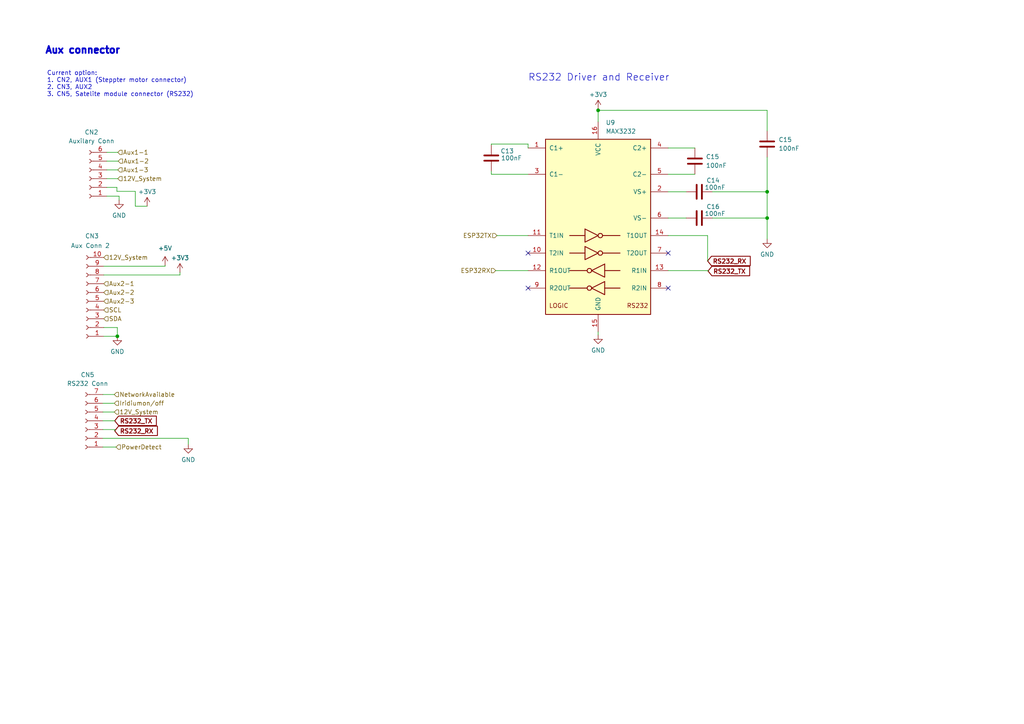
<source format=kicad_sch>
(kicad_sch (version 20230121) (generator eeschema)
  (paper "A4")
  (lib_symbols
    (symbol "Connector:Conn_01x06_Socket" (pin_names (offset 1.016) hide)
      (property "Reference" "J" (at 0 7.62 0))
      (property "Value" "Conn_01x06_Socket" (at 0 -10.16 0))
      (symbol "Conn_01x06_Socket_1_1"
        (arc (start 0 -7.112) (mid -0.5058 -7.62) (end 0 -8.128) (stroke (width 0.1524)))
        (arc (start 0 -4.572) (mid -0.5058 -5.08) (end 0 -5.588) (stroke (width 0.1524)))
        (arc (start 0 -2.032) (mid -0.5058 -2.54) (end 0 -3.048) (stroke (width 0.1524)))
        (polyline (pts (xy -1.27 -7.62) (xy -0.508 -7.62)) (stroke (width 0.1524)))
        (polyline (pts (xy -1.27 -5.08) (xy -0.508 -5.08)) (stroke (width 0.1524)))
        (polyline (pts (xy -1.27 -2.54) (xy -0.508 -2.54)) (stroke (width 0.1524)))
        (polyline (pts (xy -1.27 0) (xy -0.508 0)) (stroke (width 0.1524)))
        (polyline (pts (xy -1.27 2.54) (xy -0.508 2.54)) (stroke (width 0.1524)))
        (polyline (pts (xy -1.27 5.08) (xy -0.508 5.08)) (stroke (width 0.1524)))
        (arc (start 0 0.508) (mid -0.5058 0) (end 0 -0.508) (stroke (width 0.1524)))
        (arc (start 0 3.048) (mid -0.5058 2.54) (end 0 2.032) (stroke (width 0.1524)))
        (arc (start 0 5.588) (mid -0.5058 5.08) (end 0 4.572) (stroke (width 0.1524)))
        (pin passive line (at -5.08 5.08 0) (length 3.81) (name "Pin_1") (number "1"))
        (pin passive line (at -5.08 2.54 0) (length 3.81) (name "Pin_2") (number "2"))
        (pin passive line (at -5.08 0 0) (length 3.81) (name "Pin_3") (number "3"))
        (pin passive line (at -5.08 -2.54 0) (length 3.81) (name "Pin_4") (number "4"))
        (pin passive line (at -5.08 -5.08 0) (length 3.81) (name "Pin_5") (number "5"))
        (pin passive line (at -5.08 -7.62 0) (length 3.81) (name "Pin_6") (number "6"))
      )
    )
    (symbol "Connector:Conn_01x07_Socket" (pin_names (offset 1.016) hide)
      (property "Reference" "J" (at 0 10.16 0))
      (property "Value" "Conn_01x07_Socket" (at 0 -10.16 0))
      (symbol "Conn_01x07_Socket_1_1"
        (arc (start 0 -7.112) (mid -0.5058 -7.62) (end 0 -8.128) (stroke (width 0.1524)))
        (arc (start 0 -4.572) (mid -0.5058 -5.08) (end 0 -5.588) (stroke (width 0.1524)))
        (arc (start 0 -2.032) (mid -0.5058 -2.54) (end 0 -3.048) (stroke (width 0.1524)))
        (polyline (pts (xy -1.27 -7.62) (xy -0.508 -7.62)) (stroke (width 0.1524)))
        (polyline (pts (xy -1.27 -5.08) (xy -0.508 -5.08)) (stroke (width 0.1524)))
        (polyline (pts (xy -1.27 -2.54) (xy -0.508 -2.54)) (stroke (width 0.1524)))
        (polyline (pts (xy -1.27 0) (xy -0.508 0)) (stroke (width 0.1524)))
        (polyline (pts (xy -1.27 2.54) (xy -0.508 2.54)) (stroke (width 0.1524)))
        (polyline (pts (xy -1.27 5.08) (xy -0.508 5.08)) (stroke (width 0.1524)))
        (polyline (pts (xy -1.27 7.62) (xy -0.508 7.62)) (stroke (width 0.1524)))
        (arc (start 0 0.508) (mid -0.5058 0) (end 0 -0.508) (stroke (width 0.1524)))
        (arc (start 0 3.048) (mid -0.5058 2.54) (end 0 2.032) (stroke (width 0.1524)))
        (arc (start 0 5.588) (mid -0.5058 5.08) (end 0 4.572) (stroke (width 0.1524)))
        (arc (start 0 8.128) (mid -0.5058 7.62) (end 0 7.112) (stroke (width 0.1524)))
        (pin passive line (at -5.08 7.62 0) (length 3.81) (name "Pin_1") (number "1"))
        (pin passive line (at -5.08 5.08 0) (length 3.81) (name "Pin_2") (number "2"))
        (pin passive line (at -5.08 2.54 0) (length 3.81) (name "Pin_3") (number "3"))
        (pin passive line (at -5.08 0 0) (length 3.81) (name "Pin_4") (number "4"))
        (pin passive line (at -5.08 -2.54 0) (length 3.81) (name "Pin_5") (number "5"))
        (pin passive line (at -5.08 -5.08 0) (length 3.81) (name "Pin_6") (number "6"))
        (pin passive line (at -5.08 -7.62 0) (length 3.81) (name "Pin_7") (number "7"))
      )
    )
    (symbol "Connector:Conn_01x10_Socket" (pin_names (offset 1.016) hide)
      (property "Reference" "J" (at 0 12.7 0))
      (property "Value" "Conn_01x10_Socket" (at 0 -15.24 0))
      (symbol "Conn_01x10_Socket_1_1"
        (arc (start 0 -12.192) (mid -0.5058 -12.7) (end 0 -13.208) (stroke (width 0.1524)))
        (arc (start 0 -9.652) (mid -0.5058 -10.16) (end 0 -10.668) (stroke (width 0.1524)))
        (arc (start 0 -7.112) (mid -0.5058 -7.62) (end 0 -8.128) (stroke (width 0.1524)))
        (arc (start 0 -4.572) (mid -0.5058 -5.08) (end 0 -5.588) (stroke (width 0.1524)))
        (arc (start 0 -2.032) (mid -0.5058 -2.54) (end 0 -3.048) (stroke (width 0.1524)))
        (polyline (pts (xy -1.27 -12.7) (xy -0.508 -12.7)) (stroke (width 0.1524)))
        (polyline (pts (xy -1.27 -10.16) (xy -0.508 -10.16)) (stroke (width 0.1524)))
        (polyline (pts (xy -1.27 -7.62) (xy -0.508 -7.62)) (stroke (width 0.1524)))
        (polyline (pts (xy -1.27 -5.08) (xy -0.508 -5.08)) (stroke (width 0.1524)))
        (polyline (pts (xy -1.27 -2.54) (xy -0.508 -2.54)) (stroke (width 0.1524)))
        (polyline (pts (xy -1.27 0) (xy -0.508 0)) (stroke (width 0.1524)))
        (polyline (pts (xy -1.27 2.54) (xy -0.508 2.54)) (stroke (width 0.1524)))
        (polyline (pts (xy -1.27 5.08) (xy -0.508 5.08)) (stroke (width 0.1524)))
        (polyline (pts (xy -1.27 7.62) (xy -0.508 7.62)) (stroke (width 0.1524)))
        (polyline (pts (xy -1.27 10.16) (xy -0.508 10.16)) (stroke (width 0.1524)))
        (arc (start 0 0.508) (mid -0.5058 0) (end 0 -0.508) (stroke (width 0.1524)))
        (arc (start 0 3.048) (mid -0.5058 2.54) (end 0 2.032) (stroke (width 0.1524)))
        (arc (start 0 5.588) (mid -0.5058 5.08) (end 0 4.572) (stroke (width 0.1524)))
        (arc (start 0 8.128) (mid -0.5058 7.62) (end 0 7.112) (stroke (width 0.1524)))
        (arc (start 0 10.668) (mid -0.5058 10.16) (end 0 9.652) (stroke (width 0.1524)))
        (pin passive line (at -5.08 10.16 0) (length 3.81) (name "Pin_1") (number "1"))
        (pin passive line (at -5.08 -12.7 0) (length 3.81) (name "Pin_10") (number "10"))
        (pin passive line (at -5.08 7.62 0) (length 3.81) (name "Pin_2") (number "2"))
        (pin passive line (at -5.08 5.08 0) (length 3.81) (name "Pin_3") (number "3"))
        (pin passive line (at -5.08 2.54 0) (length 3.81) (name "Pin_4") (number "4"))
        (pin passive line (at -5.08 0 0) (length 3.81) (name "Pin_5") (number "5"))
        (pin passive line (at -5.08 -2.54 0) (length 3.81) (name "Pin_6") (number "6"))
        (pin passive line (at -5.08 -5.08 0) (length 3.81) (name "Pin_7") (number "7"))
        (pin passive line (at -5.08 -7.62 0) (length 3.81) (name "Pin_8") (number "8"))
        (pin passive line (at -5.08 -10.16 0) (length 3.81) (name "Pin_9") (number "9"))
      )
    )
    (symbol "Device:C" (pin_numbers hide) (pin_names (offset 0.254))
      (property "Reference" "C" (at 0.635 2.54 0))
      (property "Value" "C" (at 0.635 -2.54 0))
      (symbol "C_0_1"
        (polyline (pts (xy -2.032 -0.762) (xy 2.032 -0.762)) (stroke (width 0.508)))
        (polyline (pts (xy -2.032 0.762) (xy 2.032 0.762)) (stroke (width 0.508)))
      )
      (symbol "C_1_1"
        (pin passive line (at 0 3.81 270) (length 2.794) (name "~") (number "1"))
        (pin passive line (at 0 -3.81 90) (length 2.794) (name "~") (number "2"))
      )
    )
    (symbol "Interface_UART:MAX3232" (pin_names (offset 1.016))
      (property "Reference" "U" (at -2.54 28.575 0))
      (property "Value" "MAX3232" (at -2.54 26.67 0))
      (symbol "MAX3232_0_0"
        (text "LOGIC" (at -11.43 -22.86 0) (effects (font (size 1.27 1.27))))
        (text "RS232" (at 11.43 -22.86 0) (effects (font (size 1.27 1.27))))
      )
      (symbol "MAX3232_0_1"
        (rectangle (start -15.24 -25.4) (end 15.24 25.4) (stroke (width 0.254)) (fill (type background)))
        (circle (center -2.54 -17.78) (radius 0.635) (stroke (width 0.254)))
        (circle (center -2.54 -12.7) (radius 0.635) (stroke (width 0.254)))
        (polyline (pts (xy -3.81 -7.62) (xy -8.255 -7.62)) (stroke (width 0.254)))
        (polyline (pts (xy -3.81 -2.54) (xy -8.255 -2.54)) (stroke (width 0.254)))
        (polyline (pts (xy -3.175 -17.78) (xy -8.255 -17.78)) (stroke (width 0.254)))
        (polyline (pts (xy -3.175 -12.7) (xy -8.255 -12.7)) (stroke (width 0.254)))
        (polyline (pts (xy 1.27 -7.62) (xy 6.35 -7.62)) (stroke (width 0.254)))
        (polyline (pts (xy 1.27 -2.54) (xy 6.35 -2.54)) (stroke (width 0.254)))
        (polyline (pts (xy 1.905 -17.78) (xy 6.35 -17.78)) (stroke (width 0.254)))
        (polyline (pts (xy 1.905 -12.7) (xy 6.35 -12.7)) (stroke (width 0.254)))
        (polyline (pts (xy -3.81 -5.715) (xy -3.81 -9.525) (xy 0 -7.62) (xy -3.81 -5.715)) (stroke (width 0.254)))
        (polyline (pts (xy -3.81 -0.635) (xy -3.81 -4.445) (xy 0 -2.54) (xy -3.81 -0.635)) (stroke (width 0.254)))
        (polyline (pts (xy 1.905 -15.875) (xy 1.905 -19.685) (xy -1.905 -17.78) (xy 1.905 -15.875)) (stroke (width 0.254)))
        (polyline (pts (xy 1.905 -10.795) (xy 1.905 -14.605) (xy -1.905 -12.7) (xy 1.905 -10.795)) (stroke (width 0.254)))
        (circle (center 0.635 -7.62) (radius 0.635) (stroke (width 0.254)))
        (circle (center 0.635 -2.54) (radius 0.635) (stroke (width 0.254)))
      )
      (symbol "MAX3232_1_1"
        (pin passive line (at -20.32 22.86 0) (length 5.08) (name "C1+") (number "1"))
        (pin input line (at -20.32 -7.62 0) (length 5.08) (name "T2IN") (number "10"))
        (pin input line (at -20.32 -2.54 0) (length 5.08) (name "T1IN") (number "11"))
        (pin output line (at -20.32 -12.7 0) (length 5.08) (name "R1OUT") (number "12"))
        (pin input line (at 20.32 -12.7 180) (length 5.08) (name "R1IN") (number "13"))
        (pin output line (at 20.32 -2.54 180) (length 5.08) (name "T1OUT") (number "14"))
        (pin power_in line (at 0 -30.48 90) (length 5.08) (name "GND") (number "15"))
        (pin power_in line (at 0 30.48 270) (length 5.08) (name "VCC") (number "16"))
        (pin power_out line (at 20.32 10.16 180) (length 5.08) (name "VS+") (number "2"))
        (pin passive line (at -20.32 15.24 0) (length 5.08) (name "C1-") (number "3"))
        (pin passive line (at 20.32 22.86 180) (length 5.08) (name "C2+") (number "4"))
        (pin passive line (at 20.32 15.24 180) (length 5.08) (name "C2-") (number "5"))
        (pin power_out line (at 20.32 2.54 180) (length 5.08) (name "VS-") (number "6"))
        (pin output line (at 20.32 -7.62 180) (length 5.08) (name "T2OUT") (number "7"))
        (pin input line (at 20.32 -17.78 180) (length 5.08) (name "R2IN") (number "8"))
        (pin output line (at -20.32 -17.78 0) (length 5.08) (name "R2OUT") (number "9"))
      )
    )
    (symbol "power:+3V3" (power) (pin_names (offset 0))
      (property "Value" "+3V3" (at 0 3.556 0))
      (symbol "+3V3_0_1"
        (polyline (pts (xy -0.762 1.27) (xy 0 2.54)))
        (polyline (pts (xy 0 0) (xy 0 2.54)))
        (polyline (pts (xy 0 2.54) (xy 0.762 1.27)))
      )
      (symbol "+3V3_1_1"
        (pin power_in line (at 0 0 90) (length 0) hide (name "+3V3") (number "1"))
      )
    )
    (symbol "power:+5V" (power) (pin_names (offset 0))
      (property "Value" "+5V" (at 0 3.556 0))
      (symbol "+5V_0_1"
        (polyline (pts (xy -0.762 1.27) (xy 0 2.54)))
        (polyline (pts (xy 0 0) (xy 0 2.54)))
        (polyline (pts (xy 0 2.54) (xy 0.762 1.27)))
      )
      (symbol "+5V_1_1"
        (pin power_in line (at 0 0 90) (length 0) hide (name "+5V") (number "1"))
      )
    )
    (symbol "power:GND" (power) (pin_names (offset 0))
      (property "Value" "GND" (at 0 -3.81 0))
      (symbol "GND_0_1"
        (polyline (pts (xy 0 0) (xy 0 -1.27) (xy 1.27 -1.27) (xy 0 -2.54) (xy -1.27 -1.27) (xy 0 -1.27)))
      )
      (symbol "GND_1_1"
        (pin power_in line (at 0 0 270) (length 0) hide (name "GND") (number "1"))
      )
    )
  )
  (junction (at 34.036 97.536))
  (junction (at 222.504 55.626))
  (junction (at 222.504 63.246))
  (junction (at 173.482 32.004))
  (no_connect (at 153.162 83.566))
  (no_connect (at 193.802 83.566))
  (no_connect (at 193.802 73.406))
  (no_connect (at 153.162 73.406))
  (wire (pts (xy 30.988 51.816) (xy 34.163 51.816)))
  (wire (pts (xy 47.879 77.216) (xy 47.879 76.962)))
  (wire (pts (xy 30.988 54.356) (xy 33.909 54.356)))
  (wire (pts (xy 29.845 114.427) (xy 33.147 114.427)))
  (wire (pts (xy 30.988 46.736) (xy 34.29 46.736)))
  (wire (pts (xy 34.036 94.996) (xy 34.036 97.536)))
  (wire (pts (xy 173.482 32.004) (xy 173.482 35.306)))
  (wire (pts (xy 153.162 41.783) (xy 142.494 41.783)))
  (wire (pts (xy 201.549 50.546) (xy 193.802 50.546)))
  (wire (pts (xy 39.243 55.499) (xy 39.243 59.817)))
  (wire (pts (xy 33.274 124.587) (xy 29.845 124.587)))
  (wire (pts (xy 153.162 68.326) (xy 144.145 68.326)))
  (wire (pts (xy 33.909 54.356) (xy 33.909 55.499)))
  (wire (pts (xy 205.359 78.613) (xy 205.359 78.486)))
  (wire (pts (xy 205.359 78.486) (xy 193.802 78.486)))
  (wire (pts (xy 39.243 59.817) (xy 42.672 59.817)))
  (wire (pts (xy 205.232 68.326) (xy 205.232 75.692)))
  (wire (pts (xy 193.802 55.626) (xy 199.009 55.626)))
  (wire (pts (xy 222.504 32.004) (xy 173.482 32.004)))
  (wire (pts (xy 222.504 45.593) (xy 222.504 55.626)))
  (wire (pts (xy 30.099 77.216) (xy 47.879 77.216)))
  (wire (pts (xy 193.802 63.246) (xy 199.009 63.246)))
  (wire (pts (xy 206.629 55.626) (xy 222.504 55.626)))
  (wire (pts (xy 29.845 122.047) (xy 33.274 122.047)))
  (wire (pts (xy 34.163 49.276) (xy 30.988 49.276)))
  (wire (pts (xy 30.988 44.196) (xy 34.163 44.196)))
  (wire (pts (xy 222.504 55.626) (xy 222.504 63.246)))
  (wire (pts (xy 153.162 42.926) (xy 153.162 41.783)))
  (wire (pts (xy 34.036 97.536) (xy 30.099 97.536)))
  (wire (pts (xy 34.544 56.896) (xy 34.544 58.039)))
  (wire (pts (xy 29.845 116.967) (xy 33.147 116.967)))
  (wire (pts (xy 193.802 42.926) (xy 201.549 42.926)))
  (wire (pts (xy 206.629 63.246) (xy 222.504 63.246)))
  (wire (pts (xy 52.197 79.756) (xy 52.197 78.994)))
  (wire (pts (xy 33.274 124.968) (xy 33.274 124.587)))
  (wire (pts (xy 52.197 79.756) (xy 30.099 79.756)))
  (wire (pts (xy 143.764 78.486) (xy 153.162 78.486)))
  (wire (pts (xy 33.909 55.499) (xy 39.243 55.499)))
  (wire (pts (xy 30.099 94.996) (xy 34.036 94.996)))
  (wire (pts (xy 142.494 41.783) (xy 142.494 42.037)))
  (wire (pts (xy 142.494 50.546) (xy 142.494 49.657)))
  (wire (pts (xy 153.162 50.546) (xy 142.494 50.546)))
  (wire (pts (xy 29.845 127.127) (xy 54.61 127.127)))
  (wire (pts (xy 33.147 119.507) (xy 29.845 119.507)))
  (wire (pts (xy 54.61 127.127) (xy 54.61 128.905)))
  (wire (pts (xy 205.232 68.326) (xy 193.802 68.326)))
  (wire (pts (xy 173.482 31.623) (xy 173.482 32.004)))
  (wire (pts (xy 30.988 56.896) (xy 34.544 56.896)))
  (wire (pts (xy 173.482 96.266) (xy 173.482 97.155)))
  (wire (pts (xy 29.845 129.667) (xy 33.655 129.667)))
  (wire (pts (xy 222.504 37.973) (xy 222.504 32.004)))
  (wire (pts (xy 222.504 63.246) (xy 222.504 69.342)))
  (text "Aux connector" (at 12.954 15.875 0) (effects (font (size 2 2) (thickness 0.508) bold) (justify left bottom)))
  (text "Current option:\n1. CN2, AUX1 (Steppter motor connector)\n2. CN3, AUX2\n3. CN5, Satelite module connector (RS232)\n" (at 13.589 28.194 0) (effects (font (size 1.27 1.27)) (justify left bottom)))
  (text "RS232 Driver and Receiver" (at 153.162 23.749 0) (effects (font (size 2 2)) (justify left bottom)))
  (global_label "RS232_RX" (shape input) (at 33.274 124.968 0) (effects (font bold)) (property "Intersheetrefs" "${INTERSHEET_REFS}" (effects hide)))
  (global_label "RS232_TX" (shape input) (at 33.274 122.047 0) (effects (font bold)) (property "Intersheetrefs" "${INTERSHEET_REFS}" (effects hide)))
  (global_label "RS232_TX" (shape input) (at 205.359 78.613 0) (effects (font bold)) (property "Intersheetrefs" "${INTERSHEET_REFS}" (effects hide)))
  (global_label "RS232_RX" (shape input) (at 205.232 75.692 0) (effects (font bold)) (property "Intersheetrefs" "${INTERSHEET_REFS}" (effects hide)))
  (hierarchical_label "Iridiumon{slash}off" (shape input) (at 33.147 116.967 0))
  (hierarchical_label "Aux2-3" (shape input) (at 30.099 87.376 0))
  (hierarchical_label "Aux2-1" (shape input) (at 30.099 82.296 0))
  (hierarchical_label "12V_System" (shape input) (at 30.099 74.676 0))
  (hierarchical_label "SCL" (shape input) (at 30.099 89.916 0))
  (hierarchical_label "12V_System" (shape input) (at 33.147 119.507 0))
  (hierarchical_label "PowerDetect" (shape input) (at 33.655 129.667 0))
  (hierarchical_label "Aux1-2" (shape input) (at 34.29 46.736 0))
  (hierarchical_label "Aux1-1" (shape input) (at 34.163 44.196 0))
  (hierarchical_label "ESP32TX" (shape input) (at 144.145 68.326 180))
  (hierarchical_label "Aux1-3" (shape input) (at 34.163 49.276 0))
  (hierarchical_label "12V_System" (shape input) (at 34.163 51.816 0))
  (hierarchical_label "SDA" (shape input) (at 30.099 92.456 0))
  (hierarchical_label "ESP32RX" (shape input) (at 143.764 78.486 180))
  (hierarchical_label "NetworkAvailable" (shape input) (at 33.147 114.427 0))
  (hierarchical_label "Aux2-2" (shape input) (at 30.099 84.836 0))
  (symbol (lib_id "power:+3V3") (at 173.482 31.623 0) (unit 1)
    (property "Reference" "#PWR032" (effects hide))
    (property "Value" "+3V3" (at 173.482 27.432 0))
    (instances (project "Taz Main PCB V1.14" (path "" (reference "#PWR032") (unit 1)) (path "" (reference "#PWR027") (unit 1))))
  )
  (symbol (lib_id "power:GND") (at 54.61 128.905 0) (unit 1)
    (property "Reference" "#PWR029" (effects hide))
    (property "Value" "GND" (at 54.61 133.35 0))
    (instances (project "Taz Main PCB V1.14" (path "" (reference "#PWR029") (unit 1)) (path "" (reference "#PWR039") (unit 1))))
  )
  (symbol (lib_id "power:GND") (at 34.036 97.536 0) (unit 1)
    (property "Reference" "#PWR027" (effects hide))
    (property "Value" "GND" (at 34.036 101.981 0))
    (instances (project "Taz Main PCB V1.14" (path "" (reference "#PWR027") (unit 1)) (path "" (reference "#PWR074") (unit 1))))
  )
  (symbol (lib_id "Connector:Conn_01x06_Socket") (at 25.908 51.816 180) (unit 1)
    (property "Reference" "CN2" (at 26.543 38.354 0))
    (property "Value" "Auxilary Conn" (at 26.543 40.894 0))
    (property "Footprint" "Connector_JST:JST_XH_S6B-XH-A_1x06_P2.50mm_Horizontal" (effects hide))
    (property "Manufacturer" "HCTL" (effects hide))
    (property "MFG Part#" "XH-6AW" (effects hide))
    (property "Description" "1x6P 6P XH 1 Tin 2.5mm 6 -25℃~+85℃ Brass 3A Right Angle Through Hole,Right Angle,P=2.5mm Wire To Board Connector ROHS" (effects hide))
    (property "Package" "Through Hole,Right Angle,P=2.5mm" (effects hide))
    (property "LCSC" "C2908615" (effects hide))
  )
  (symbol (lib_id "Device:C") (at 202.819 63.246 90) (unit 1)
    (property "Reference" "C16" (at 208.788 59.944 90) (effects (justify left)))
    (property "Value" "100nF" (at 210.439 61.976 90) (effects (justify left)))
    (property "Footprint" "Capacitor_SMD:C_0603_1608Metric" (effects hide))
    (property "Manufacturer" "YAGEO" (effects hide))
    (property "MFG Part#" "CC0603KRX7R9BB104" (effects hide))
    (property "Description" "50V 100nF X7R ±10% 0603 Multilayer Ceramic Capacitors MLCC - SMD/SMT ROHS" (effects hide))
    (property "Package" "0603" (effects hide))
    (property "LCSC" "C14663" (effects hide))
  )
  (symbol (lib_id "Connector:Conn_01x07_Socket") (at 24.765 122.047 180) (unit 1)
    (property "Reference" "CN5" (at 25.4 108.712 0))
    (property "Value" "RS232 Conn" (at 25.4 111.252 0))
    (property "Footprint" "Connector_JST:JST_XH_S7B-XH-A_1x07_P2.50mm_Horizontal" (effects hide))
    (property "Manufacturer" "HCTL" (effects hide))
    (property "MFG Part#" "XH-7AW" (effects hide))
    (property "Description" "1x7P 7P XH 1 Tin 2.5mm 7 -25℃~+85℃ Brass 3A Right Angle Through Hole,Right Angle,P=2.5mm Wire To Board Connector ROHS" (effects hide))
    (property "Package" "Through Hole,Right Angle,P=2.5mm" (effects hide))
    (property "LCSC" "C2908616" (effects hide))
  )
  (symbol (lib_id "power:+3V3") (at 42.672 59.817 0) (unit 1)
    (property "Reference" "#PWR028" (effects hide))
    (property "Value" "+3V3" (at 42.672 55.626 0))
    (instances (project "Taz Main PCB V1.14" (path "" (reference "#PWR028") (unit 1)) (path "" (reference "#PWR038") (unit 1))))
  )
  (symbol (lib_id "power:GND") (at 173.482 97.155 0) (unit 1)
    (property "Reference" "#PWR033" (effects hide))
    (property "Value" "GND" (at 173.482 101.6 0))
    (instances (project "Taz Main PCB V1.14" (path "" (reference "#PWR033") (unit 1)) (path "" (reference "#PWR028") (unit 1))))
  )
  (symbol (lib_id "Interface_UART:MAX3232") (at 173.482 65.786 0) (unit 1)
    (property "Reference" "U9" (at 175.6761 35.56 0) (effects (justify left)))
    (property "Value" "MAX3232" (at 175.6761 38.1 0) (effects (justify left)))
    (property "Footprint" "Package_SO:SOIC-16_3.9x9.9mm_P1.27mm" (effects hide))
    (property "Datasheet" "https://datasheets.maximintegrated.com/en/ds/MAX3222-MAX3241.pdf" (effects hide))
    (property "Manufacturer" "TI" (effects hide))
    (property "MFG Part#" "MAX3232IDR" (effects hide))
    (property "Description" "250Kbps Transceiver SOIC-16 RS232 ICs ROHS" (effects hide))
    (property "Package" "SOIC-16" (effects hide))
    (property "LCSC" "C18261" (effects hide))
  )
  (symbol (lib_id "power:+5V") (at 47.879 76.962 0) (unit 1)
    (property "Reference" "#PWR072" (effects hide))
    (property "Value" "+5V" (at 47.879 72.009 0))
  )
  (symbol (lib_id "Device:C") (at 202.819 55.626 90) (unit 1)
    (property "Reference" "C14" (at 208.788 52.324 90) (effects (justify left)))
    (property "Value" "100nF" (at 210.439 54.356 90) (effects (justify left)))
    (property "Footprint" "Capacitor_SMD:C_0603_1608Metric" (effects hide))
    (property "Manufacturer" "YAGEO" (effects hide))
    (property "MFG Part#" "CC0603KRX7R9BB104" (effects hide))
    (property "Description" "50V 100nF X7R ±10% 0603 Multilayer Ceramic Capacitors MLCC - SMD/SMT ROHS" (effects hide))
    (property "Package" "0603" (effects hide))
    (property "LCSC" "C14663" (effects hide))
  )
  (symbol (lib_id "power:GND") (at 34.544 58.039 0) (unit 1)
    (property "Reference" "#PWR027" (effects hide))
    (property "Value" "GND" (at 34.544 62.484 0))
    (instances (project "Taz Main PCB V1.14" (path "" (reference "#PWR027") (unit 1)) (path "" (reference "#PWR037") (unit 1))))
  )
  (symbol (lib_id "power:+3V3") (at 52.197 78.994 0) (unit 1)
    (property "Reference" "#PWR028" (effects hide))
    (property "Value" "+3V3" (at 52.197 74.803 0))
    (instances (project "Taz Main PCB V1.14" (path "" (reference "#PWR028") (unit 1)) (path "" (reference "#PWR014") (unit 1))))
  )
  (symbol (lib_id "Device:C") (at 201.549 46.736 0) (unit 1)
    (property "Reference" "C15" (at 204.724 45.466 0) (effects (justify left)))
    (property "Value" "100nF" (at 204.724 48.006 0) (effects (justify left)))
    (property "Footprint" "Capacitor_SMD:C_0603_1608Metric" (effects hide))
    (property "Manufacturer" "YAGEO" (effects hide))
    (property "MFG Part#" "CC0603KRX7R9BB104" (effects hide))
    (property "Description" "50V 100nF X7R ±10% 0603 Multilayer Ceramic Capacitors MLCC - SMD/SMT ROHS" (effects hide))
    (property "Package" "0603" (effects hide))
    (property "LCSC" "C14663" (effects hide))
  )
  (symbol (lib_id "power:GND") (at 222.504 69.342 0) (unit 1)
    (property "Reference" "#PWR034" (effects hide))
    (property "Value" "GND" (at 222.504 73.787 0))
    (instances (project "Taz Main PCB V1.14" (path "" (reference "#PWR034") (unit 1)) (path "" (reference "#PWR029") (unit 1))))
  )
  (symbol (lib_id "Device:C") (at 142.494 45.847 0) (unit 1)
    (property "Reference" "C13" (at 145.161 43.815 0) (effects (justify left)))
    (property "Value" "100nF" (at 145.288 45.847 0) (effects (justify left)))
    (property "Footprint" "Capacitor_SMD:C_0603_1608Metric" (effects hide))
    (property "Manufacturer" "YAGEO" (effects hide))
    (property "MFG Part#" "CC0603KRX7R9BB104" (effects hide))
    (property "Description" "50V 100nF X7R ±10% 0603 Multilayer Ceramic Capacitors MLCC - SMD/SMT ROHS" (effects hide))
    (property "Package" "0603" (effects hide))
    (property "LCSC" "C14663" (effects hide))
  )
  (symbol (lib_id "Connector:Conn_01x10_Socket") (at 25.019 87.376 180) (unit 1)
    (property "Reference" "CN3" (at 28.702 68.453 0) (effects (justify left)))
    (property "Value" "Aux Conn 2" (at 31.877 71.247 0) (effects (justify left)))
    (property "Footprint" "Connector_JST:JST_XH_S10B-XH-A_1x10_P2.50mm_Horizontal" (effects hide))
    (property "Manufacturer" "JST" (effects hide))
    (property "MFG Part#" "S10B-XH-A-1(LF)(SN)" (effects hide))
    (property "Description" "1x10P XH 10P Tin 10 -25℃~+85℃ 3A 1 2.5mm Brass Right Angle Through Hole,Right Angle,P=2.5mm Wire To Board Connector ROHS" (effects hide))
    (property "Package" "Through Hole,Right Angle,P=2.5mm" (effects hide))
    (property "LCSC" "C491718" (effects hide))
  )
  (symbol (lib_id "Device:C") (at 222.504 41.783 0) (unit 1)
    (property "Reference" "C15" (at 225.806 40.513 0) (effects (justify left)))
    (property "Value" "100nF" (at 225.806 43.053 0) (effects (justify left)))
    (property "Footprint" "Capacitor_SMD:C_0603_1608Metric" (effects hide))
    (property "Manufacturer" "YAGEO" (effects hide))
    (property "MFG Part#" "CC0603KRX7R9BB104" (effects hide))
    (property "Description" "50V 100nF X7R ±10% 0603 Multilayer Ceramic Capacitors MLCC - SMD/SMT ROHS" (effects hide))
    (property "Package" "0603" (effects hide))
    (property "LCSC" "C14663" (effects hide))
    (instances (project "Taz Main PCB V1.14" (path "" (reference "C15") (unit 1)) (path "" (reference "C17") (unit 1))))
  )
)
</source>
